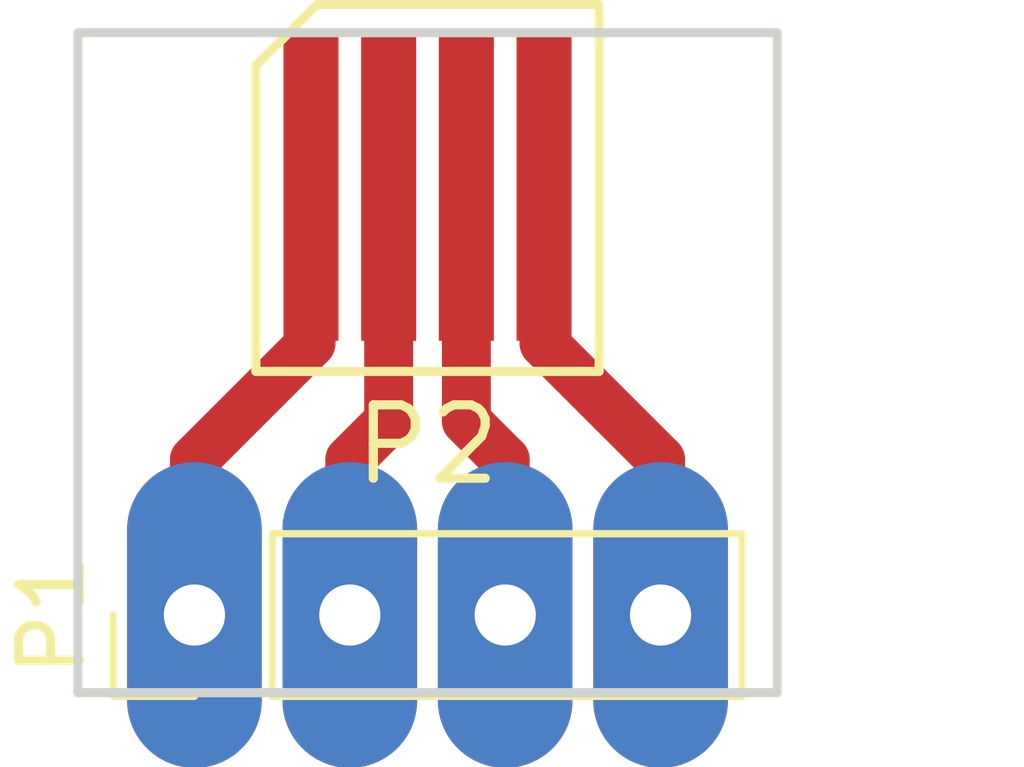
<source format=kicad_pcb>
(kicad_pcb (version 4) (host pcbnew 4.0.1-stable)

  (general
    (links 4)
    (no_connects 0)
    (area 141.325 101.499999 158.529286 113.868333)
    (thickness 1.6)
    (drawings 4)
    (tracks 12)
    (zones 0)
    (modules 2)
    (nets 5)
  )

  (page A4)
  (layers
    (0 F.Cu signal)
    (31 B.Cu signal)
    (32 B.Adhes user)
    (33 F.Adhes user)
    (34 B.Paste user)
    (35 F.Paste user)
    (36 B.SilkS user)
    (37 F.SilkS user)
    (38 B.Mask user)
    (39 F.Mask user)
    (40 Dwgs.User user)
    (41 Cmts.User user)
    (42 Eco1.User user)
    (43 Eco2.User user)
    (44 Edge.Cuts user)
    (45 Margin user)
    (46 B.CrtYd user)
    (47 F.CrtYd user)
    (48 B.Fab user)
    (49 F.Fab user)
  )

  (setup
    (last_trace_width 0.8)
    (user_trace_width 0.2)
    (user_trace_width 0.8)
    (trace_clearance 0.2)
    (zone_clearance 0.508)
    (zone_45_only no)
    (trace_min 0.2)
    (segment_width 0.2)
    (edge_width 0.15)
    (via_size 0.6)
    (via_drill 0.4)
    (via_min_size 0.4)
    (via_min_drill 0.3)
    (uvia_size 0.3)
    (uvia_drill 0.1)
    (uvias_allowed no)
    (uvia_min_size 0.2)
    (uvia_min_drill 0.1)
    (pcb_text_width 0.3)
    (pcb_text_size 1.5 1.5)
    (mod_edge_width 0.15)
    (mod_text_size 1 1)
    (mod_text_width 0.15)
    (pad_size 5 2.2)
    (pad_drill 1)
    (pad_to_mask_clearance 0.2)
    (aux_axis_origin 0 0)
    (visible_elements 7FFFFFFF)
    (pcbplotparams
      (layerselection 0x01000_00000001)
      (usegerberextensions false)
      (excludeedgelayer true)
      (linewidth 0.100000)
      (plotframeref false)
      (viasonmask false)
      (mode 1)
      (useauxorigin false)
      (hpglpennumber 1)
      (hpglpenspeed 20)
      (hpglpendiameter 15)
      (hpglpenoverlay 2)
      (psnegative false)
      (psa4output false)
      (plotreference true)
      (plotvalue true)
      (plotinvisibletext false)
      (padsonsilk false)
      (subtractmaskfromsilk false)
      (outputformat 1)
      (mirror false)
      (drillshape 0)
      (scaleselection 1)
      (outputdirectory hyt221_cnt/))
  )

  (net 0 "")
  (net 1 /SDA)
  (net 2 /GND)
  (net 3 /VCC)
  (net 4 /SCL)

  (net_class Default "これは標準のネット クラスです。"
    (clearance 0.2)
    (trace_width 0.4)
    (via_dia 0.6)
    (via_drill 0.4)
    (uvia_dia 0.3)
    (uvia_drill 0.1)
    (add_net /GND)
    (add_net /SCL)
    (add_net /SDA)
    (add_net /VCC)
  )

  (module Pin_Headers:Pin_Header_Straight_1x04_Pitch2.54mm (layer F.Cu) (tedit 58ECD55F) (tstamp 58EC8EDD)
    (at 144.78 111.76 90)
    (descr "Through hole straight pin header, 1x04, 2.54mm pitch, single row")
    (tags "Through hole pin header THT 1x04 2.54mm single row")
    (path /58EC8E3F)
    (fp_text reference P1 (at 0 -2.33 90) (layer F.SilkS)
      (effects (font (size 1 1) (thickness 0.15)))
    )
    (fp_text value RJ45 (at 0 9.95 90) (layer F.Fab)
      (effects (font (size 1 1) (thickness 0.15)))
    )
    (fp_line (start -1.27 -1.27) (end -1.27 8.89) (layer F.Fab) (width 0.1))
    (fp_line (start -1.27 8.89) (end 1.27 8.89) (layer F.Fab) (width 0.1))
    (fp_line (start 1.27 8.89) (end 1.27 -1.27) (layer F.Fab) (width 0.1))
    (fp_line (start 1.27 -1.27) (end -1.27 -1.27) (layer F.Fab) (width 0.1))
    (fp_line (start -1.33 1.27) (end -1.33 8.95) (layer F.SilkS) (width 0.12))
    (fp_line (start -1.33 8.95) (end 1.33 8.95) (layer F.SilkS) (width 0.12))
    (fp_line (start 1.33 8.95) (end 1.33 1.27) (layer F.SilkS) (width 0.12))
    (fp_line (start 1.33 1.27) (end -1.33 1.27) (layer F.SilkS) (width 0.12))
    (fp_line (start -1.33 0) (end -1.33 -1.33) (layer F.SilkS) (width 0.12))
    (fp_line (start -1.33 -1.33) (end 0 -1.33) (layer F.SilkS) (width 0.12))
    (fp_line (start -1.8 -1.8) (end -1.8 9.4) (layer F.CrtYd) (width 0.05))
    (fp_line (start -1.8 9.4) (end 1.8 9.4) (layer F.CrtYd) (width 0.05))
    (fp_line (start 1.8 9.4) (end 1.8 -1.8) (layer F.CrtYd) (width 0.05))
    (fp_line (start 1.8 -1.8) (end -1.8 -1.8) (layer F.CrtYd) (width 0.05))
    (fp_text user %R (at 0 -2.33 90) (layer F.Fab)
      (effects (font (size 1 1) (thickness 0.15)))
    )
    (pad 1 thru_hole oval (at 0 0 90) (size 5 2.2) (drill 1) (layers *.Cu *.Mask)
      (net 1 /SDA))
    (pad 2 thru_hole oval (at 0 2.54 90) (size 5 2.2) (drill 1) (layers *.Cu *.Mask)
      (net 2 /GND))
    (pad 3 thru_hole oval (at 0 5.08 90) (size 5 2.2) (drill 1) (layers *.Cu *.Mask)
      (net 3 /VCC))
    (pad 4 thru_hole oval (at 0 7.62 90) (size 5 2.2) (drill 1) (layers *.Cu *.Mask)
      (net 4 /SCL))
    (model ${KISYS3DMOD}/Pin_Headers.3dshapes/Pin_Header_Straight_1x04_Pitch2.54mm.wrl
      (at (xyz 0 -0.15 0))
      (scale (xyz 1 1 1))
      (rotate (xyz 0 0 90))
    )
  )

  (module hyt221:SOIC-4 (layer F.Cu) (tedit 58EC8FB5) (tstamp 58EB73F0)
    (at 148.59 104.775)
    (path /58EB713A)
    (fp_text reference P2 (at 0 4.2) (layer F.SilkS)
      (effects (font (size 1.2 1.2) (thickness 0.15)))
    )
    (fp_text value HYT221 (at 6.35 1.905) (layer F.Fab)
      (effects (font (size 1.2 1.2) (thickness 0.15)))
    )
    (fp_line (start -1.805 -3) (end -2.805 -2) (layer F.SilkS) (width 0.15))
    (fp_line (start -2.805 -2) (end -2.805 3) (layer F.SilkS) (width 0.15))
    (fp_line (start -2.805 3) (end 2.805 3) (layer F.SilkS) (width 0.15))
    (fp_line (start 2.805 3) (end 2.805 -3) (layer F.SilkS) (width 0.15))
    (fp_line (start 2.805 -3) (end -1.805 -3) (layer F.SilkS) (width 0.15))
    (pad 1 smd rect (at -1.905 0) (size 0.9 5) (layers F.Cu F.Paste F.Mask)
      (net 1 /SDA))
    (pad 2 smd rect (at -0.635 0) (size 0.9 5) (layers F.Cu F.Paste F.Mask)
      (net 2 /GND))
    (pad 3 smd rect (at 0.635 0) (size 0.9 5) (layers F.Cu F.Paste F.Mask)
      (net 3 /VCC))
    (pad 4 smd rect (at 1.905 0) (size 0.9 5) (layers F.Cu F.Paste F.Mask)
      (net 4 /SCL))
  )

  (gr_line (start 154.305 102.235) (end 154.305 113.03) (angle 90) (layer Edge.Cuts) (width 0.15))
  (gr_line (start 142.875 102.235) (end 142.875 113.03) (angle 90) (layer Edge.Cuts) (width 0.15))
  (gr_line (start 142.875 113.03) (end 154.305 113.03) (angle 90) (layer Edge.Cuts) (width 0.15))
  (gr_line (start 154.305 102.235) (end 142.875 102.235) (angle 90) (layer Edge.Cuts) (width 0.15))

  (segment (start 146.685 104.775) (end 146.685 107.315) (width 0.8) (layer F.Cu) (net 1))
  (segment (start 144.78 109.22) (end 144.78 111.76) (width 0.8) (layer F.Cu) (net 1) (tstamp 58ECD4EF))
  (segment (start 146.685 107.315) (end 144.78 109.22) (width 0.8) (layer F.Cu) (net 1) (tstamp 58ECD4EE))
  (segment (start 147.955 104.775) (end 147.955 108.585) (width 0.8) (layer F.Cu) (net 2))
  (segment (start 147.32 109.22) (end 147.32 111.76) (width 0.8) (layer F.Cu) (net 2) (tstamp 58ECD4F6))
  (segment (start 147.955 108.585) (end 147.32 109.22) (width 0.8) (layer F.Cu) (net 2) (tstamp 58ECD4F5))
  (segment (start 149.225 104.775) (end 149.225 108.585) (width 0.8) (layer F.Cu) (net 3))
  (segment (start 149.86 109.22) (end 149.86 111.76) (width 0.8) (layer F.Cu) (net 3) (tstamp 58ECD4FA))
  (segment (start 149.225 108.585) (end 149.86 109.22) (width 0.8) (layer F.Cu) (net 3) (tstamp 58ECD4F9))
  (segment (start 150.495 104.775) (end 150.495 107.315) (width 0.8) (layer F.Cu) (net 4))
  (segment (start 152.4 109.22) (end 152.4 111.76) (width 0.8) (layer F.Cu) (net 4) (tstamp 58ECD4FE))
  (segment (start 150.495 107.315) (end 152.4 109.22) (width 0.8) (layer F.Cu) (net 4) (tstamp 58ECD4FD))

)

</source>
